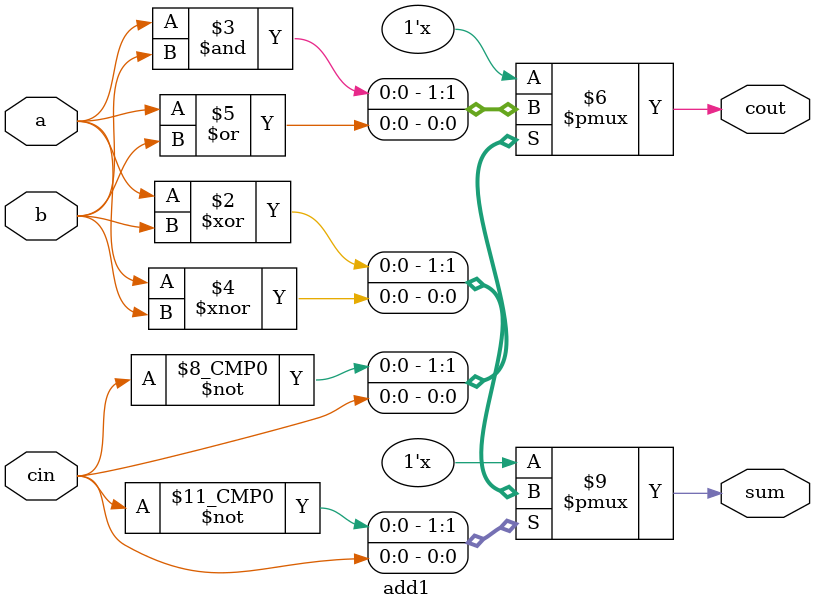
<source format=v>
module adder2_module (
    input [31:0] a,
    input [31:0] b,
    output [31:0] sum
);
	wire[15:0] sum1, sum2;
   wire carry1, carry2;
	
	// We are given module add16
	// module add16 ( input[15:0] a, input[15:0] b, input cin, output[15:0] sum, output cout );
   add16 adder1 ( .a(a[15:0]), .b(b[15:0]), .cin("0"), .sum(sum1), .cout(carry1) );
   add16 adder2 ( .a(a[31:16]), .b(b[31:16]), .cin(carry1), .sum(sum2), .cout(carry2) );
    
   assign sum = {sum2, sum1};
endmodule

module add1 ( input a, input b, input cin, output reg sum, output reg cout );
	always @(*) begin
		case (cin)
			1'b0 : begin 
				sum = a ^ b;
            cout = a & b;
         end
         1'b1 : begin
            sum = a ~^ b;
            cout = a | b;
         end
      endcase
   end
endmodule 
</source>
